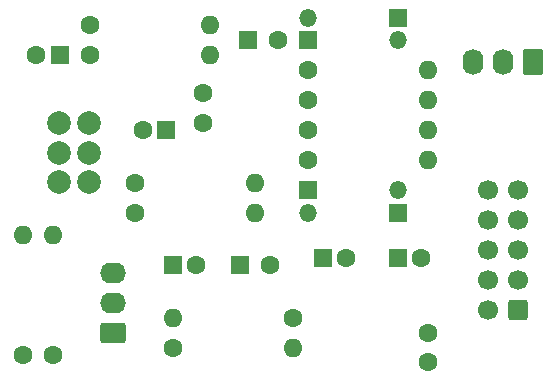
<source format=gbr>
%TF.GenerationSoftware,KiCad,Pcbnew,(6.0.5)*%
%TF.CreationDate,2022-05-29T11:26:36-04:00*%
%TF.ProjectId,headphone_amp,68656164-7068-46f6-9e65-5f616d702e6b,rev?*%
%TF.SameCoordinates,Original*%
%TF.FileFunction,Soldermask,Bot*%
%TF.FilePolarity,Negative*%
%FSLAX46Y46*%
G04 Gerber Fmt 4.6, Leading zero omitted, Abs format (unit mm)*
G04 Created by KiCad (PCBNEW (6.0.5)) date 2022-05-29 11:26:36*
%MOMM*%
%LPD*%
G01*
G04 APERTURE LIST*
G04 Aperture macros list*
%AMRoundRect*
0 Rectangle with rounded corners*
0 $1 Rounding radius*
0 $2 $3 $4 $5 $6 $7 $8 $9 X,Y pos of 4 corners*
0 Add a 4 corners polygon primitive as box body*
4,1,4,$2,$3,$4,$5,$6,$7,$8,$9,$2,$3,0*
0 Add four circle primitives for the rounded corners*
1,1,$1+$1,$2,$3*
1,1,$1+$1,$4,$5*
1,1,$1+$1,$6,$7*
1,1,$1+$1,$8,$9*
0 Add four rect primitives between the rounded corners*
20,1,$1+$1,$2,$3,$4,$5,0*
20,1,$1+$1,$4,$5,$6,$7,0*
20,1,$1+$1,$6,$7,$8,$9,0*
20,1,$1+$1,$8,$9,$2,$3,0*%
G04 Aperture macros list end*
%ADD10C,1.600000*%
%ADD11O,1.600000X1.600000*%
%ADD12R,1.500000X1.500000*%
%ADD13O,1.500000X1.500000*%
%ADD14R,1.600000X1.600000*%
%ADD15C,2.000000*%
%ADD16RoundRect,0.250000X0.600000X0.600000X-0.600000X0.600000X-0.600000X-0.600000X0.600000X-0.600000X0*%
%ADD17C,1.700000*%
%ADD18O,1.740000X2.190000*%
%ADD19RoundRect,0.250000X0.620000X0.845000X-0.620000X0.845000X-0.620000X-0.845000X0.620000X-0.845000X0*%
%ADD20RoundRect,0.250000X0.845000X-0.620000X0.845000X0.620000X-0.845000X0.620000X-0.845000X-0.620000X0*%
%ADD21O,2.190000X1.740000*%
G04 APERTURE END LIST*
D10*
%TO.C,R7*%
X149225000Y-96520000D03*
D11*
X159385000Y-96520000D03*
%TD*%
D12*
%TO.C,D5*%
X149220000Y-86360000D03*
D13*
X156840000Y-86360000D03*
%TD*%
D10*
%TO.C,C2*%
X159385000Y-113645000D03*
X159385000Y-111145000D03*
%TD*%
%TO.C,R12*%
X125095000Y-113030000D03*
D11*
X125095000Y-102870000D03*
%TD*%
D10*
%TO.C,R3*%
X134620000Y-98425000D03*
D11*
X144780000Y-98425000D03*
%TD*%
D10*
%TO.C,C5*%
X140335000Y-90845000D03*
X140335000Y-93345000D03*
%TD*%
D14*
%TO.C,C7*%
X128230000Y-87630000D03*
D10*
X126230000Y-87630000D03*
%TD*%
D14*
%TO.C,C9*%
X144185000Y-86360000D03*
D10*
X146685000Y-86360000D03*
%TD*%
%TO.C,R2*%
X137795000Y-112395000D03*
D11*
X147955000Y-112395000D03*
%TD*%
D15*
%TO.C,RV1*%
X128190000Y-93385000D03*
X128190000Y-95885000D03*
X128190000Y-98385000D03*
X130690000Y-93385000D03*
X130690000Y-95885000D03*
X130690000Y-98385000D03*
%TD*%
D16*
%TO.C,J1*%
X167005000Y-109220000D03*
D17*
X164465000Y-109220000D03*
X167005000Y-106680000D03*
X164465000Y-106680000D03*
X167005000Y-104140000D03*
X164465000Y-104140000D03*
X167005000Y-101600000D03*
X164465000Y-101600000D03*
X167005000Y-99060000D03*
X164465000Y-99060000D03*
%TD*%
D10*
%TO.C,R11*%
X127635000Y-113030000D03*
D11*
X127635000Y-102870000D03*
%TD*%
D14*
%TO.C,C6*%
X137255000Y-93980000D03*
D10*
X135255000Y-93980000D03*
%TD*%
D12*
%TO.C,D2*%
X156845000Y-100965000D03*
D13*
X149225000Y-100965000D03*
%TD*%
D10*
%TO.C,R9*%
X149225000Y-93980000D03*
D11*
X159385000Y-93980000D03*
%TD*%
D10*
%TO.C,R10*%
X149225000Y-91440000D03*
D11*
X159385000Y-91440000D03*
%TD*%
D14*
%TO.C,C8*%
X143510000Y-105410000D03*
D10*
X146010000Y-105410000D03*
%TD*%
%TO.C,R6*%
X130810000Y-87630000D03*
D11*
X140970000Y-87630000D03*
%TD*%
D18*
%TO.C,J3*%
X165735000Y-88245000D03*
X163195000Y-88245000D03*
D19*
X168275000Y-88245000D03*
%TD*%
D12*
%TO.C,D3*%
X149225000Y-99060000D03*
D13*
X156845000Y-99060000D03*
%TD*%
D12*
%TO.C,D4*%
X156845000Y-84455000D03*
D13*
X149225000Y-84455000D03*
%TD*%
D10*
%TO.C,R5*%
X134620000Y-100965000D03*
D11*
X144780000Y-100965000D03*
%TD*%
D10*
%TO.C,R4*%
X130810000Y-85090000D03*
D11*
X140970000Y-85090000D03*
%TD*%
D14*
%TO.C,C4*%
X137795000Y-105410000D03*
D10*
X139795000Y-105410000D03*
%TD*%
D14*
%TO.C,C3*%
X150495000Y-104775000D03*
D10*
X152495000Y-104775000D03*
%TD*%
D20*
%TO.C,J2*%
X132735000Y-111125000D03*
D21*
X132735000Y-108585000D03*
X132735000Y-106045000D03*
%TD*%
D14*
%TO.C,C1*%
X156845000Y-104775000D03*
D10*
X158845000Y-104775000D03*
%TD*%
%TO.C,R1*%
X147955000Y-109855000D03*
D11*
X137795000Y-109855000D03*
%TD*%
D10*
%TO.C,R8*%
X149225000Y-88900000D03*
D11*
X159385000Y-88900000D03*
%TD*%
M02*

</source>
